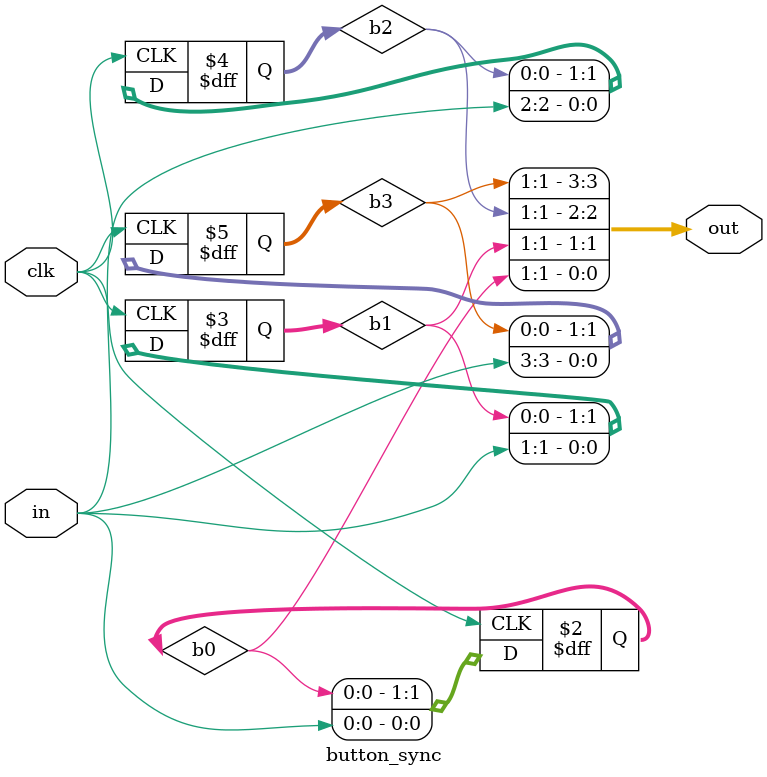
<source format=sv>
module button_sync(input logic clk, input logic[3:0] in, output logic[3:0] out);
//uses two registers to syncronize the inputs from user buttons to the clock
//note due to settling nature of metastability, these inputs will not necessarily be output on the same clock as each other
//one clk cycle however will not be significant for user induced input on a 50MHz clk

logic [1:0] b0, b1, b2, b3;

assign out = {b3[1],b2[1],b1[1],b0[1]};

//shift the bit up (to next reg) each clk
always_ff@(posedge clk) begin
    b0 <= {b0[0], in[0]};
    b1 <= {b1[0], in[1]};
    b2 <= {b2[0], in[2]};
    b3 <= {b3[0], in[3]};
end


endmodule: button_sync
</source>
